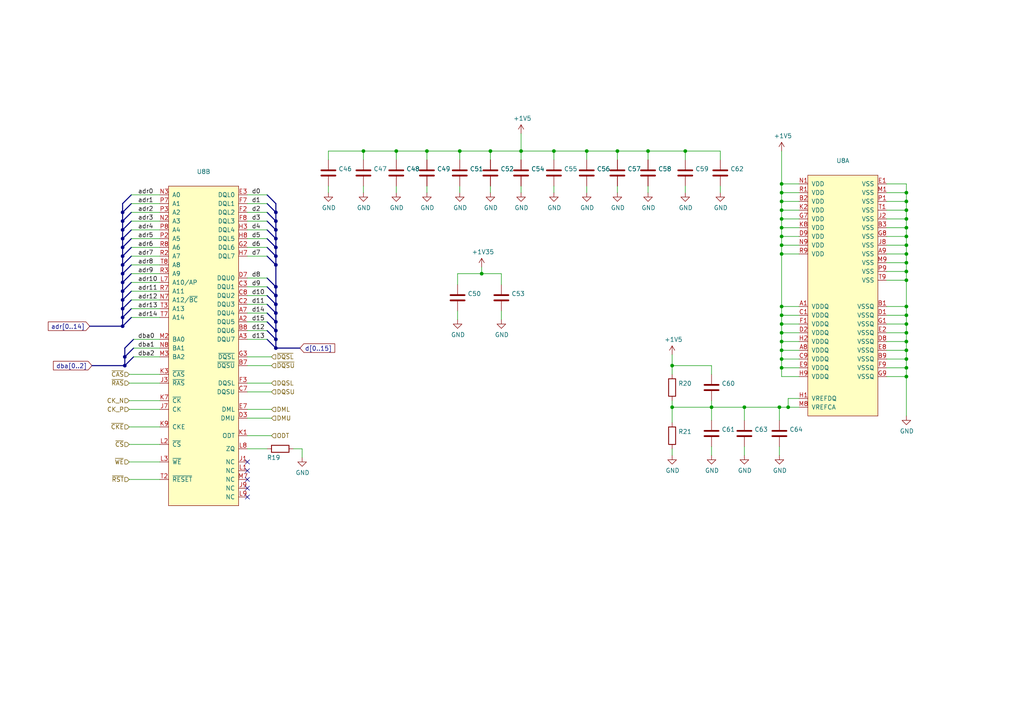
<source format=kicad_sch>
(kicad_sch (version 20211123) (generator eeschema)
  (paper "A4")
  (lib_symbols
    (symbol "H5TQ4G63AFR-PCB:HTQ4G63AFR-PCB" (pin_names (offset 1.016))
      (property "Reference" "U" (at -8.89 -38.1 0))
      (property "Value" "HTQ4G63AFR-PCB" (at 0 34.29 0))
      (symbol "HTQ4G63AFR-PCB_1_1"
        (rectangle (start -10.16 33.02) (end 10.16 -36.83) (fill (type background)))
        (pin power_in line (at -12.7 -5.08 0) (length 2.54) (name "VDDQ") (number "A1"))
        (pin power_in line (at -12.7 -17.78 0) (length 2.54) (name "VDDQ") (number "A8"))
        (pin power_in line (at 12.7 10.16 180) (length 2.54) (name "VSS") (number "A9"))
        (pin power_in line (at 12.7 -5.08 180) (length 2.54) (name "VSSQ") (number "B1"))
        (pin power_in line (at -12.7 25.4 0) (length 2.54) (name "VDD") (number "B2"))
        (pin power_in line (at 12.7 17.78 180) (length 2.54) (name "VSS") (number "B3"))
        (pin power_in line (at 12.7 -20.32 180) (length 2.54) (name "VSSQ") (number "B9"))
        (pin power_in line (at -12.7 -7.62 0) (length 2.54) (name "VDDQ") (number "C1"))
        (pin power_in line (at -12.7 -20.32 0) (length 2.54) (name "VDDQ") (number "C9"))
        (pin power_in line (at 12.7 -7.62 180) (length 2.54) (name "VSSQ") (number "D1"))
        (pin power_in line (at -12.7 -12.7 0) (length 2.54) (name "VDDQ") (number "D2"))
        (pin power_in line (at 12.7 -15.24 180) (length 2.54) (name "VSSQ") (number "D8"))
        (pin power_in line (at -12.7 15.24 0) (length 2.54) (name "VDD") (number "D9"))
        (pin power_in line (at 12.7 30.48 180) (length 2.54) (name "VSS") (number "E1"))
        (pin power_in line (at 12.7 -12.7 180) (length 2.54) (name "VSSQ") (number "E2"))
        (pin power_in line (at 12.7 -17.78 180) (length 2.54) (name "VSSQ") (number "E8"))
        (pin power_in line (at -12.7 -22.86 0) (length 2.54) (name "VDDQ") (number "E9"))
        (pin power_in line (at -12.7 -10.16 0) (length 2.54) (name "VDDQ") (number "F1"))
        (pin power_in line (at 12.7 -22.86 180) (length 2.54) (name "VSSQ") (number "F9"))
        (pin power_in line (at 12.7 -10.16 180) (length 2.54) (name "VSSQ") (number "G1"))
        (pin power_in line (at -12.7 20.32 0) (length 2.54) (name "VDD") (number "G7"))
        (pin power_in line (at 12.7 15.24 180) (length 2.54) (name "VSS") (number "G8"))
        (pin power_in line (at 12.7 -25.4 180) (length 2.54) (name "VSSQ") (number "G9"))
        (pin power_in line (at -12.7 -31.75 0) (length 2.54) (name "VREFDQ") (number "H1"))
        (pin power_in line (at -12.7 -15.24 0) (length 2.54) (name "VDDQ") (number "H2"))
        (pin power_in line (at -12.7 -25.4 0) (length 2.54) (name "VDDQ") (number "H9"))
        (pin power_in line (at 12.7 20.32 180) (length 2.54) (name "VSS") (number "J2"))
        (pin power_in line (at 12.7 12.7 180) (length 2.54) (name "VSS") (number "J8"))
        (pin power_in line (at -12.7 22.86 0) (length 2.54) (name "VDD") (number "K2"))
        (pin power_in line (at -12.7 17.78 0) (length 2.54) (name "VDD") (number "K8"))
        (pin power_in line (at 12.7 27.94 180) (length 2.54) (name "VSS") (number "M1"))
        (pin power_in line (at -12.7 -34.29 0) (length 2.54) (name "VREFCA") (number "M8"))
        (pin power_in line (at 12.7 7.62 180) (length 2.54) (name "VSS") (number "M9"))
        (pin power_in line (at -12.7 30.48 0) (length 2.54) (name "VDD") (number "N1"))
        (pin power_in line (at -12.7 12.7 0) (length 2.54) (name "VDD") (number "N9"))
        (pin power_in line (at 12.7 25.4 180) (length 2.54) (name "VSS") (number "P1"))
        (pin power_in line (at 12.7 5.08 180) (length 2.54) (name "VSS") (number "P9"))
        (pin power_in line (at -12.7 27.94 0) (length 2.54) (name "VDD") (number "R1"))
        (pin power_in line (at -12.7 10.16 0) (length 2.54) (name "VDD") (number "R9"))
        (pin power_in line (at 12.7 22.86 180) (length 2.54) (name "VSS") (number "T1"))
        (pin power_in line (at 12.7 2.54 180) (length 2.54) (name "VSS") (number "T9"))
      )
      (symbol "HTQ4G63AFR-PCB_2_1"
        (rectangle (start -8.89 22.86) (end 11.43 -69.85) (fill (type background)))
        (pin bidirectional line (at 13.97 -16.51 180) (length 2.54) (name "DQU5") (number "A2"))
        (pin bidirectional line (at 13.97 -21.59 180) (length 2.54) (name "DQU7") (number "A3"))
        (pin bidirectional line (at 13.97 -13.97 180) (length 2.54) (name "DQU4") (number "A7"))
        (pin bidirectional line (at 13.97 -29.21 180) (length 2.54) (name "~{DQSU}") (number "B7"))
        (pin bidirectional line (at 13.97 -19.05 180) (length 2.54) (name "DQU6") (number "B8"))
        (pin bidirectional line (at 13.97 -11.43 180) (length 2.54) (name "DQU3") (number "C2"))
        (pin bidirectional line (at 13.97 -6.35 180) (length 2.54) (name "DQU1") (number "C3"))
        (pin bidirectional line (at 13.97 -36.83 180) (length 2.54) (name "DQSU") (number "C7"))
        (pin bidirectional line (at 13.97 -8.89 180) (length 2.54) (name "DQU2") (number "C8"))
        (pin bidirectional line (at 13.97 -44.45 180) (length 2.54) (name "DMU") (number "D3"))
        (pin bidirectional line (at 13.97 -3.81 180) (length 2.54) (name "DQU0") (number "D7"))
        (pin bidirectional line (at 13.97 20.32 180) (length 2.54) (name "DQL0") (number "E3"))
        (pin bidirectional line (at 13.97 -41.91 180) (length 2.54) (name "DML") (number "E7"))
        (pin bidirectional line (at 13.97 15.24 180) (length 2.54) (name "DQL2") (number "F2"))
        (pin bidirectional line (at 13.97 -34.29 180) (length 2.54) (name "DQSL") (number "F3"))
        (pin bidirectional line (at 13.97 17.78 180) (length 2.54) (name "DQL1") (number "F7"))
        (pin bidirectional line (at 13.97 12.7 180) (length 2.54) (name "DQL3") (number "F8"))
        (pin bidirectional line (at 13.97 5.08 180) (length 2.54) (name "DQL6") (number "G2"))
        (pin bidirectional line (at 13.97 -26.67 180) (length 2.54) (name "~{DQSL}") (number "G3"))
        (pin bidirectional line (at 13.97 10.16 180) (length 2.54) (name "DQL4") (number "H3"))
        (pin bidirectional line (at 13.97 2.54 180) (length 2.54) (name "DQL7") (number "H7"))
        (pin bidirectional line (at 13.97 7.62 180) (length 2.54) (name "DQL5") (number "H8"))
        (pin bidirectional line (at 13.97 -57.15 180) (length 2.54) (name "NC") (number "J1"))
        (pin bidirectional line (at -11.43 -34.29 0) (length 2.54) (name "~{RAS}") (number "J3"))
        (pin bidirectional line (at -11.43 -41.91 0) (length 2.54) (name "CK") (number "J7"))
        (pin bidirectional line (at 13.97 -64.77 180) (length 2.54) (name "NC") (number "J9"))
        (pin bidirectional line (at 13.97 -49.53 180) (length 2.54) (name "ODT") (number "K1"))
        (pin bidirectional line (at -11.43 -31.75 0) (length 2.54) (name "~{CAS}") (number "K3"))
        (pin bidirectional line (at -11.43 -39.37 0) (length 2.54) (name "~{CK}") (number "K7"))
        (pin bidirectional line (at -11.43 -46.99 0) (length 2.54) (name "CKE") (number "K9"))
        (pin bidirectional line (at 13.97 -59.69 180) (length 2.54) (name "NC") (number "L1"))
        (pin bidirectional line (at -11.43 -52.07 0) (length 2.54) (name "~{CS}") (number "L2"))
        (pin bidirectional line (at -11.43 -57.15 0) (length 2.54) (name "~{WE}") (number "L3"))
        (pin input line (at -11.43 -5.08 0) (length 2.54) (name "A10/AP") (number "L7"))
        (pin bidirectional line (at 13.97 -53.34 180) (length 2.54) (name "ZQ") (number "L8"))
        (pin bidirectional line (at 13.97 -67.31 180) (length 2.54) (name "NC") (number "L9"))
        (pin bidirectional line (at -11.43 -21.59 0) (length 2.54) (name "BA0") (number "M2"))
        (pin bidirectional line (at -11.43 -26.67 0) (length 2.54) (name "BA2") (number "M3"))
        (pin bidirectional line (at 13.97 -62.23 180) (length 2.54) (name "NC") (number "M7"))
        (pin input line (at -11.43 12.7 0) (length 2.54) (name "A3") (number "N2"))
        (pin input line (at -11.43 20.32 0) (length 2.54) (name "A0") (number "N3"))
        (pin input line (at -11.43 -10.16 0) (length 2.54) (name "A12/~{BC}") (number "N7"))
        (pin bidirectional line (at -11.43 -24.13 0) (length 2.54) (name "BA1") (number "N8"))
        (pin input line (at -11.43 7.62 0) (length 2.54) (name "A5") (number "P2"))
        (pin input line (at -11.43 15.24 0) (length 2.54) (name "A2") (number "P3"))
        (pin input line (at -11.43 17.78 0) (length 2.54) (name "A1") (number "P7"))
        (pin input line (at -11.43 10.16 0) (length 2.54) (name "A4") (number "P8"))
        (pin input line (at -11.43 2.54 0) (length 2.54) (name "A7") (number "R2"))
        (pin input line (at -11.43 -2.54 0) (length 2.54) (name "A9") (number "R3"))
        (pin input line (at -11.43 -7.62 0) (length 2.54) (name "A11") (number "R7"))
        (pin input line (at -11.43 5.08 0) (length 2.54) (name "A6") (number "R8"))
        (pin bidirectional line (at -11.43 -62.23 0) (length 2.54) (name "~{RESET}") (number "T2"))
        (pin input line (at -11.43 -12.7 0) (length 2.54) (name "A13") (number "T3"))
        (pin input line (at -11.43 -15.24 0) (length 2.54) (name "A14") (number "T7"))
        (pin input line (at -11.43 0 0) (length 2.54) (name "A8") (number "T8"))
      )
    )
    (symbol "Linux-capable-PCB-KiCAD-rescue:C-Device" (pin_numbers hide) (pin_names (offset 0.254))
      (property "Reference" "C" (at 0.635 2.54 0))
      (property "Value" "C-Device" (at 0.635 -2.54 0))
      (symbol "C-Device_0_1"
        (polyline (pts (xy -2.032 -0.762) (xy 2.032 -0.762)) (stroke (width 0.508)))
        (polyline (pts (xy -2.032 0.762) (xy 2.032 0.762)) (stroke (width 0.508)))
      )
      (symbol "C-Device_1_1"
        (pin passive line (at 0 3.81 270) (length 2.794) (name "~") (number "1"))
        (pin passive line (at 0 -3.81 90) (length 2.794) (name "~") (number "2"))
      )
    )
    (symbol "Linux-capable-PCB-KiCAD-rescue:R-Device" (pin_numbers hide) (pin_names (offset 0))
      (property "Reference" "R" (at 2.032 0 90))
      (property "Value" "R-Device" (at 0 0 90))
      (symbol "R-Device_0_1"
        (rectangle (start -1.016 -2.54) (end 1.016 2.54) (stroke (width 0.254)))
      )
      (symbol "R-Device_1_1"
        (pin passive line (at 0 3.81 270) (length 1.27) (name "~") (number "1"))
        (pin passive line (at 0 -3.81 90) (length 1.27) (name "~") (number "2"))
      )
    )
    (symbol "power:+1V35" (power) (pin_names (offset 0))
      (property "Value" "+1V35" (at 0 3.556 0))
      (symbol "+1V35_0_1"
        (polyline (pts (xy -0.762 1.27) (xy 0 2.54)))
        (polyline (pts (xy 0 0) (xy 0 2.54)))
        (polyline (pts (xy 0 2.54) (xy 0.762 1.27)))
      )
      (symbol "+1V35_1_1"
        (pin power_in line (at 0 0 90) (length 0) hide (name "+1V35") (number "1"))
      )
    )
    (symbol "power:+1V5" (power) (pin_names (offset 0))
      (property "Value" "+1V5" (at 0 3.556 0))
      (symbol "+1V5_0_1"
        (polyline (pts (xy -0.762 1.27) (xy 0 2.54)))
        (polyline (pts (xy 0 0) (xy 0 2.54)))
        (polyline (pts (xy 0 2.54) (xy 0.762 1.27)))
      )
      (symbol "+1V5_1_1"
        (pin power_in line (at 0 0 90) (length 0) hide (name "+1V5") (number "1"))
      )
    )
    (symbol "power:GND" (power) (pin_names (offset 0))
      (property "Value" "GND" (at 0 -3.81 0))
      (symbol "GND_0_1"
        (polyline (pts (xy 0 0) (xy 0 -1.27) (xy 1.27 -1.27) (xy 0 -2.54) (xy -1.27 -1.27) (xy 0 -1.27)))
      )
      (symbol "GND_1_1"
        (pin power_in line (at 0 0 270) (length 0) hide (name "GND") (number "1"))
      )
    )
  )
  (junction (at 194.945 106.045))
  (junction (at 262.89 68.58))
  (junction (at 139.7 79.375))
  (junction (at 35.56 76.835))
  (junction (at 35.56 66.675))
  (junction (at 35.56 81.915))
  (junction (at 215.9 118.11))
  (junction (at 226.695 55.88))
  (junction (at 80.01 93.345))
  (junction (at 160.655 43.815))
  (junction (at 262.89 88.9))
  (junction (at 142.24 43.815))
  (junction (at 262.89 106.68))
  (junction (at 80.01 66.675))
  (junction (at 187.96 43.815))
  (junction (at 262.89 76.2))
  (junction (at 80.01 64.135))
  (junction (at 35.56 69.215))
  (junction (at 226.695 93.98))
  (junction (at 262.89 91.44))
  (junction (at 105.41 43.815))
  (junction (at 262.89 63.5))
  (junction (at 262.89 99.06))
  (junction (at 226.695 58.42))
  (junction (at 262.89 78.74))
  (junction (at 35.56 61.595))
  (junction (at 262.89 55.88))
  (junction (at 36.195 103.505))
  (junction (at 35.56 89.535))
  (junction (at 226.695 96.52))
  (junction (at 151.13 43.815))
  (junction (at 226.695 106.68))
  (junction (at 226.695 99.06))
  (junction (at 206.375 118.11))
  (junction (at 35.56 71.755))
  (junction (at 262.89 96.52))
  (junction (at 262.89 60.96))
  (junction (at 262.89 71.12))
  (junction (at 226.695 63.5))
  (junction (at 80.01 74.295))
  (junction (at 35.56 92.075))
  (junction (at 262.89 81.28))
  (junction (at 262.89 109.22))
  (junction (at 194.945 118.11))
  (junction (at 226.695 101.6))
  (junction (at 226.695 60.96))
  (junction (at 226.695 73.66))
  (junction (at 80.01 98.425))
  (junction (at 36.195 106.045))
  (junction (at 262.89 93.98))
  (junction (at 80.01 100.965))
  (junction (at 80.01 88.265))
  (junction (at 226.695 88.9))
  (junction (at 179.07 43.815))
  (junction (at 198.755 43.815))
  (junction (at 35.56 74.295))
  (junction (at 228.6 118.11))
  (junction (at 262.89 66.04))
  (junction (at 123.825 43.815))
  (junction (at 80.01 61.595))
  (junction (at 262.89 73.66))
  (junction (at 226.06 118.11))
  (junction (at 35.56 79.375))
  (junction (at 226.695 66.04))
  (junction (at 35.56 94.615))
  (junction (at 170.18 43.815))
  (junction (at 80.01 71.755))
  (junction (at 133.35 43.815))
  (junction (at 35.56 86.995))
  (junction (at 226.695 68.58))
  (junction (at 262.89 104.14))
  (junction (at 80.01 90.805))
  (junction (at 262.89 58.42))
  (junction (at 80.01 83.185))
  (junction (at 226.695 104.14))
  (junction (at 226.695 71.12))
  (junction (at 80.01 85.725))
  (junction (at 80.01 95.885))
  (junction (at 35.56 84.455))
  (junction (at 35.56 64.135))
  (junction (at 80.01 69.215))
  (junction (at 226.695 91.44))
  (junction (at 262.89 101.6))
  (junction (at 114.935 43.815))
  (junction (at 226.695 53.34))
  (junction (at 80.01 76.835))
  (no_connect (at 71.755 133.985))
  (no_connect (at 71.755 144.145))
  (no_connect (at 71.755 136.525))
  (no_connect (at 71.755 139.065))
  (no_connect (at 71.755 141.605))
  (bus (pts (xy 80.01 76.835) (xy 77.47 74.295)))
  (wire (pts (xy 139.7 79.375) (xy 145.415 79.375)))
  (wire (pts (xy 95.25 43.815) (xy 105.41 43.815)))
  (wire (pts (xy 87.63 130.175) (xy 87.63 132.715)))
  (wire (pts (xy 257.175 71.12) (xy 262.89 71.12)))
  (wire (pts (xy 46.355 79.375) (xy 38.1 79.375)))
  (wire (pts (xy 231.775 101.6) (xy 226.695 101.6)))
  (wire (pts (xy 226.695 58.42) (xy 231.775 58.42)))
  (wire (pts (xy 46.355 71.755) (xy 38.1 71.755)))
  (wire (pts (xy 257.175 101.6) (xy 262.89 101.6)))
  (wire (pts (xy 206.375 116.205) (xy 206.375 118.11)))
  (wire (pts (xy 226.06 121.92) (xy 226.06 118.11)))
  (wire (pts (xy 226.695 53.34) (xy 226.695 55.88)))
  (wire (pts (xy 226.695 101.6) (xy 226.695 104.14)))
  (bus (pts (xy 36.195 103.505) (xy 36.195 106.045)))
  (wire (pts (xy 37.465 111.125) (xy 46.355 111.125)))
  (bus (pts (xy 35.56 79.375) (xy 35.56 81.915)))
  (wire (pts (xy 226.695 58.42) (xy 226.695 60.96)))
  (wire (pts (xy 38.1 56.515) (xy 46.355 56.515)))
  (wire (pts (xy 262.89 66.04) (xy 262.89 68.58)))
  (bus (pts (xy 80.01 71.755) (xy 80.01 74.295)))
  (wire (pts (xy 78.74 111.125) (xy 71.755 111.125)))
  (wire (pts (xy 46.355 66.675) (xy 38.1 66.675)))
  (wire (pts (xy 71.755 74.295) (xy 77.47 74.295)))
  (wire (pts (xy 37.465 123.825) (xy 46.355 123.825)))
  (wire (pts (xy 231.775 66.04) (xy 226.695 66.04)))
  (wire (pts (xy 132.715 92.71) (xy 132.715 90.17)))
  (wire (pts (xy 206.375 108.585) (xy 206.375 106.045)))
  (wire (pts (xy 262.89 58.42) (xy 262.89 60.96)))
  (wire (pts (xy 226.695 88.9) (xy 226.695 91.44)))
  (bus (pts (xy 80.01 95.885) (xy 80.01 98.425)))
  (bus (pts (xy 35.56 64.135) (xy 38.1 61.595)))
  (bus (pts (xy 35.56 81.915) (xy 38.1 79.375)))
  (wire (pts (xy 132.715 82.55) (xy 132.715 79.375)))
  (wire (pts (xy 170.18 43.815) (xy 179.07 43.815)))
  (bus (pts (xy 80.01 100.965) (xy 86.995 100.965)))
  (wire (pts (xy 215.9 129.54) (xy 215.9 132.08)))
  (wire (pts (xy 257.175 81.28) (xy 262.89 81.28)))
  (wire (pts (xy 38.735 98.425) (xy 46.355 98.425)))
  (bus (pts (xy 80.01 88.265) (xy 77.47 85.725)))
  (wire (pts (xy 231.775 99.06) (xy 226.695 99.06)))
  (bus (pts (xy 80.01 95.885) (xy 77.47 93.345)))
  (wire (pts (xy 105.41 53.975) (xy 105.41 55.88)))
  (wire (pts (xy 198.755 46.355) (xy 198.755 43.815)))
  (wire (pts (xy 262.89 68.58) (xy 262.89 71.12)))
  (wire (pts (xy 170.18 55.88) (xy 170.18 53.975)))
  (wire (pts (xy 231.775 53.34) (xy 226.695 53.34)))
  (wire (pts (xy 71.755 61.595) (xy 77.47 61.595)))
  (wire (pts (xy 262.89 99.06) (xy 262.89 101.6)))
  (wire (pts (xy 226.695 96.52) (xy 231.775 96.52)))
  (wire (pts (xy 226.695 68.58) (xy 231.775 68.58)))
  (wire (pts (xy 257.175 55.88) (xy 262.89 55.88)))
  (wire (pts (xy 187.96 55.88) (xy 187.96 53.975)))
  (wire (pts (xy 198.755 43.815) (xy 208.915 43.815)))
  (bus (pts (xy 36.195 100.965) (xy 36.195 103.505)))
  (wire (pts (xy 38.1 61.595) (xy 46.355 61.595)))
  (wire (pts (xy 71.755 130.175) (xy 77.47 130.175)))
  (bus (pts (xy 35.56 74.295) (xy 38.1 71.755)))
  (wire (pts (xy 160.655 43.815) (xy 170.18 43.815)))
  (wire (pts (xy 262.89 76.2) (xy 262.89 78.74)))
  (wire (pts (xy 257.175 99.06) (xy 262.89 99.06)))
  (wire (pts (xy 262.89 101.6) (xy 262.89 104.14)))
  (wire (pts (xy 226.06 132.08) (xy 226.06 129.54)))
  (wire (pts (xy 257.175 109.22) (xy 262.89 109.22)))
  (wire (pts (xy 228.6 118.11) (xy 231.775 118.11)))
  (wire (pts (xy 77.47 95.885) (xy 71.755 95.885)))
  (wire (pts (xy 262.89 104.14) (xy 262.89 106.68)))
  (wire (pts (xy 133.35 43.815) (xy 142.24 43.815)))
  (wire (pts (xy 114.935 43.815) (xy 123.825 43.815)))
  (wire (pts (xy 226.695 99.06) (xy 226.695 101.6)))
  (wire (pts (xy 37.465 108.585) (xy 46.355 108.585)))
  (wire (pts (xy 179.07 46.355) (xy 179.07 43.815)))
  (wire (pts (xy 194.945 132.08) (xy 194.945 130.175)))
  (wire (pts (xy 46.355 92.075) (xy 38.1 92.075)))
  (bus (pts (xy 36.195 100.965) (xy 38.735 98.425)))
  (wire (pts (xy 78.74 118.745) (xy 71.755 118.745)))
  (bus (pts (xy 35.56 86.995) (xy 35.56 89.535)))
  (wire (pts (xy 114.935 55.88) (xy 114.935 53.975)))
  (wire (pts (xy 262.89 63.5) (xy 262.89 66.04)))
  (wire (pts (xy 187.96 43.815) (xy 198.755 43.815)))
  (bus (pts (xy 80.01 71.755) (xy 77.47 69.215)))
  (wire (pts (xy 257.175 53.34) (xy 262.89 53.34)))
  (bus (pts (xy 35.56 59.055) (xy 35.56 61.595)))
  (wire (pts (xy 262.89 60.96) (xy 262.89 63.5)))
  (wire (pts (xy 77.47 90.805) (xy 71.755 90.805)))
  (bus (pts (xy 80.01 98.425) (xy 77.47 95.885)))
  (wire (pts (xy 77.47 64.135) (xy 71.755 64.135)))
  (wire (pts (xy 78.74 113.665) (xy 71.755 113.665)))
  (bus (pts (xy 80.01 59.055) (xy 80.01 61.595)))
  (bus (pts (xy 80.01 61.595) (xy 80.01 64.135)))
  (wire (pts (xy 262.89 109.22) (xy 262.89 120.65)))
  (wire (pts (xy 179.07 43.815) (xy 187.96 43.815)))
  (wire (pts (xy 231.775 115.57) (xy 228.6 115.57)))
  (bus (pts (xy 35.56 61.595) (xy 35.56 64.135)))
  (bus (pts (xy 35.56 89.535) (xy 35.56 92.075)))
  (wire (pts (xy 78.74 106.045) (xy 71.755 106.045)))
  (wire (pts (xy 46.355 86.995) (xy 38.1 86.995)))
  (wire (pts (xy 71.755 66.675) (xy 77.47 66.675)))
  (wire (pts (xy 187.96 46.355) (xy 187.96 43.815)))
  (bus (pts (xy 80.01 74.295) (xy 77.47 71.755)))
  (bus (pts (xy 80.01 59.055) (xy 77.47 56.515)))
  (wire (pts (xy 77.47 80.645) (xy 71.755 80.645)))
  (wire (pts (xy 226.695 63.5) (xy 231.775 63.5)))
  (bus (pts (xy 35.56 86.995) (xy 38.1 84.455)))
  (wire (pts (xy 198.755 53.975) (xy 198.755 55.88)))
  (wire (pts (xy 226.695 73.66) (xy 231.775 73.66)))
  (bus (pts (xy 80.01 69.215) (xy 77.47 66.675)))
  (wire (pts (xy 262.89 78.74) (xy 262.89 81.28)))
  (wire (pts (xy 226.695 63.5) (xy 226.695 66.04)))
  (wire (pts (xy 71.755 83.185) (xy 77.47 83.185)))
  (wire (pts (xy 226.695 91.44) (xy 231.775 91.44)))
  (bus (pts (xy 80.01 83.185) (xy 80.01 85.725)))
  (wire (pts (xy 77.47 85.725) (xy 71.755 85.725)))
  (wire (pts (xy 37.465 128.905) (xy 46.355 128.905)))
  (wire (pts (xy 257.175 106.68) (xy 262.89 106.68)))
  (wire (pts (xy 226.695 96.52) (xy 226.695 99.06)))
  (wire (pts (xy 38.1 76.835) (xy 46.355 76.835)))
  (wire (pts (xy 71.755 56.515) (xy 77.47 56.515)))
  (wire (pts (xy 37.465 116.205) (xy 46.355 116.205)))
  (bus (pts (xy 80.01 85.725) (xy 80.01 88.265)))
  (wire (pts (xy 38.1 89.535) (xy 46.355 89.535)))
  (wire (pts (xy 38.1 84.455) (xy 46.355 84.455)))
  (bus (pts (xy 35.56 92.075) (xy 38.1 89.535)))
  (bus (pts (xy 35.56 84.455) (xy 35.56 86.995)))
  (wire (pts (xy 262.89 96.52) (xy 262.89 99.06)))
  (wire (pts (xy 226.695 55.88) (xy 226.695 58.42)))
  (wire (pts (xy 231.775 60.96) (xy 226.695 60.96)))
  (wire (pts (xy 215.9 121.92) (xy 215.9 118.11)))
  (bus (pts (xy 80.01 90.805) (xy 77.47 88.265)))
  (wire (pts (xy 114.935 46.355) (xy 114.935 43.815)))
  (wire (pts (xy 194.945 106.045) (xy 194.945 108.585)))
  (wire (pts (xy 38.735 103.505) (xy 46.355 103.505)))
  (wire (pts (xy 77.47 69.215) (xy 71.755 69.215)))
  (wire (pts (xy 145.415 79.375) (xy 145.415 82.55)))
  (wire (pts (xy 262.89 93.98) (xy 262.89 96.52)))
  (bus (pts (xy 35.56 69.215) (xy 38.1 66.675)))
  (wire (pts (xy 194.945 118.11) (xy 206.375 118.11)))
  (wire (pts (xy 38.735 100.965) (xy 46.355 100.965)))
  (bus (pts (xy 35.56 71.755) (xy 35.56 74.295)))
  (wire (pts (xy 226.695 73.66) (xy 226.695 88.9)))
  (wire (pts (xy 95.25 55.88) (xy 95.25 53.975)))
  (bus (pts (xy 80.01 100.965) (xy 77.47 98.425)))
  (wire (pts (xy 262.89 71.12) (xy 262.89 73.66)))
  (wire (pts (xy 71.755 93.345) (xy 77.47 93.345)))
  (bus (pts (xy 80.01 93.345) (xy 77.47 90.805)))
  (wire (pts (xy 206.375 132.08) (xy 206.375 129.54)))
  (wire (pts (xy 206.375 118.11) (xy 206.375 121.92)))
  (bus (pts (xy 80.01 88.265) (xy 80.01 90.805)))
  (bus (pts (xy 35.56 59.055) (xy 38.1 56.515)))
  (wire (pts (xy 231.775 93.98) (xy 226.695 93.98)))
  (bus (pts (xy 35.56 76.835) (xy 38.1 74.295)))
  (wire (pts (xy 226.695 106.68) (xy 226.695 109.22)))
  (wire (pts (xy 257.175 73.66) (xy 262.89 73.66)))
  (bus (pts (xy 35.56 79.375) (xy 38.1 76.835)))
  (wire (pts (xy 257.175 63.5) (xy 262.89 63.5)))
  (bus (pts (xy 80.01 83.185) (xy 77.47 80.645)))
  (wire (pts (xy 257.175 76.2) (xy 262.89 76.2)))
  (wire (pts (xy 46.355 59.055) (xy 38.1 59.055)))
  (wire (pts (xy 151.13 46.355) (xy 151.13 43.815)))
  (wire (pts (xy 194.945 102.87) (xy 194.945 106.045)))
  (wire (pts (xy 257.175 60.96) (xy 262.89 60.96)))
  (bus (pts (xy 80.01 98.425) (xy 80.01 100.965)))
  (wire (pts (xy 257.175 58.42) (xy 262.89 58.42)))
  (wire (pts (xy 139.7 77.47) (xy 139.7 79.375)))
  (wire (pts (xy 257.175 91.44) (xy 262.89 91.44)))
  (wire (pts (xy 262.89 81.28) (xy 262.89 88.9)))
  (wire (pts (xy 145.415 92.71) (xy 145.415 90.17)))
  (bus (pts (xy 80.01 85.725) (xy 77.47 83.185)))
  (wire (pts (xy 133.35 46.355) (xy 133.35 43.815)))
  (bus (pts (xy 36.195 106.045) (xy 38.735 103.505)))
  (wire (pts (xy 231.775 55.88) (xy 226.695 55.88)))
  (bus (pts (xy 80.01 93.345) (xy 80.01 95.885)))
  (bus (pts (xy 36.195 103.505) (xy 38.735 100.965)))
  (wire (pts (xy 257.175 104.14) (xy 262.89 104.14)))
  (bus (pts (xy 35.56 92.075) (xy 35.56 94.615)))
  (wire (pts (xy 170.18 46.355) (xy 170.18 43.815)))
  (wire (pts (xy 226.695 68.58) (xy 226.695 71.12)))
  (wire (pts (xy 194.945 122.555) (xy 194.945 118.11)))
  (wire (pts (xy 215.9 118.11) (xy 226.06 118.11)))
  (wire (pts (xy 105.41 46.355) (xy 105.41 43.815)))
  (bus (pts (xy 35.56 66.675) (xy 38.1 64.135)))
  (wire (pts (xy 262.89 106.68) (xy 262.89 109.22)))
  (wire (pts (xy 257.175 88.9) (xy 262.89 88.9)))
  (wire (pts (xy 226.695 60.96) (xy 226.695 63.5)))
  (wire (pts (xy 226.695 104.14) (xy 226.695 106.68)))
  (wire (pts (xy 262.89 55.88) (xy 262.89 58.42)))
  (wire (pts (xy 226.695 109.22) (xy 231.775 109.22)))
  (wire (pts (xy 226.695 43.815) (xy 226.695 53.34)))
  (wire (pts (xy 226.695 71.12) (xy 231.775 71.12)))
  (wire (pts (xy 206.375 106.045) (xy 194.945 106.045)))
  (bus (pts (xy 80.01 74.295) (xy 80.01 76.835)))
  (bus (pts (xy 35.56 94.615) (xy 26.035 94.615)))
  (wire (pts (xy 38.1 64.135) (xy 46.355 64.135)))
  (wire (pts (xy 257.175 93.98) (xy 262.89 93.98)))
  (bus (pts (xy 36.195 106.045) (xy 26.67 106.045)))
  (wire (pts (xy 123.825 53.975) (xy 123.825 55.88)))
  (bus (pts (xy 80.01 66.675) (xy 80.01 69.215)))
  (wire (pts (xy 194.945 118.11) (xy 194.945 116.205)))
  (wire (pts (xy 142.24 43.815) (xy 151.13 43.815)))
  (bus (pts (xy 35.56 66.675) (xy 35.56 69.215)))
  (wire (pts (xy 160.655 53.975) (xy 160.655 55.88)))
  (bus (pts (xy 35.56 71.755) (xy 38.1 69.215)))
  (wire (pts (xy 38.1 69.215) (xy 46.355 69.215)))
  (wire (pts (xy 37.465 118.745) (xy 46.355 118.745)))
  (wire (pts (xy 228.6 115.57) (xy 228.6 118.11)))
  (wire (pts (xy 71.755 126.365) (xy 78.74 126.365)))
  (wire (pts (xy 226.695 66.04) (xy 226.695 68.58)))
  (wire (pts (xy 262.89 73.66) (xy 262.89 76.2)))
  (wire (pts (xy 77.47 88.265) (xy 71.755 88.265)))
  (wire (pts (xy 151.13 43.815) (xy 160.655 43.815)))
  (wire (pts (xy 142.24 53.975) (xy 142.24 55.88)))
  (wire (pts (xy 226.695 71.12) (xy 226.695 73.66)))
  (wire (pts (xy 206.375 118.11) (xy 215.9 118.11)))
  (wire (pts (xy 71.755 98.425) (xy 77.47 98.425)))
  (bus (pts (xy 35.56 74.295) (xy 35.56 76.835)))
  (wire (pts (xy 208.915 43.815) (xy 208.915 46.355)))
  (wire (pts (xy 257.175 68.58) (xy 262.89 68.58)))
  (wire (pts (xy 208.915 55.88) (xy 208.915 53.975)))
  (bus (pts (xy 80.01 90.805) (xy 80.01 93.345)))
  (bus (pts (xy 35.56 69.215) (xy 35.56 71.755)))
  (wire (pts (xy 85.09 130.175) (xy 87.63 130.175)))
  (wire (pts (xy 46.355 74.295) (xy 38.1 74.295)))
  (bus (pts (xy 80.01 69.215) (xy 80.01 71.755)))
  (wire (pts (xy 231.775 88.9) (xy 226.695 88.9)))
  (bus (pts (xy 80.01 66.675) (xy 77.47 64.135)))
  (wire (pts (xy 257.175 78.74) (xy 262.89 78.74)))
  (wire (pts (xy 257.175 96.52) (xy 262.89 96.52)))
  (bus (pts (xy 35.56 76.835) (xy 35.56 79.375)))
  (wire (pts (xy 37.465 139.065) (xy 46.355 139.065)))
  (wire (pts (xy 262.89 53.34) (xy 262.89 55.88)))
  (wire (pts (xy 226.695 93.98) (xy 226.695 96.52)))
  (wire (pts (xy 179.07 53.975) (xy 179.07 55.88)))
  (bus (pts (xy 80.01 64.135) (xy 80.01 66.675)))
  (wire (pts (xy 262.89 91.44) (xy 262.89 93.98)))
  (wire (pts (xy 132.715 79.375) (xy 139.7 79.375)))
  (wire (pts (xy 95.25 46.355) (xy 95.25 43.815)))
  (bus (pts (xy 35.56 64.135) (xy 35.56 66.675)))
  (wire (pts (xy 78.74 103.505) (xy 71.755 103.505)))
  (wire (pts (xy 226.06 118.11) (xy 228.6 118.11)))
  (wire (pts (xy 151.13 55.88) (xy 151.13 53.975)))
  (wire (pts (xy 133.35 55.88) (xy 133.35 53.975)))
  (bus (pts (xy 80.01 64.135) (xy 77.47 61.595)))
  (bus (pts (xy 80.01 61.595) (xy 77.47 59.055)))
  (bus (pts (xy 35.56 84.455) (xy 38.1 81.915)))
  (bus (pts (xy 35.56 61.595) (xy 38.1 59.055)))
  (wire (pts (xy 71.755 71.755) (xy 77.47 71.755)))
  (wire (pts (xy 151.13 38.735) (xy 151.13 43.815)))
  (wire (pts (xy 37.465 133.985) (xy 46.355 133.985)))
  (wire (pts (xy 123.825 43.815) (xy 133.35 43.815)))
  (wire (pts (xy 38.1 81.915) (xy 46.355 81.915)))
  (wire (pts (xy 77.47 59.055) (xy 71.755 59.055)))
  (wire (pts (xy 105.41 43.815) (xy 114.935 43.815)))
  (wire (pts (xy 226.695 91.44) (xy 226.695 93.98)))
  (wire (pts (xy 257.175 66.04) (xy 262.89 66.04)))
  (wire (pts (xy 226.695 104.14) (xy 231.775 104.14)))
  (bus (pts (xy 80.01 76.835) (xy 80.01 83.185)))
  (wire (pts (xy 231.775 106.68) (xy 226.695 106.68)))
  (wire (pts (xy 123.825 46.355) (xy 123.825 43.815)))
  (bus (pts (xy 35.56 94.615) (xy 38.1 92.075)))
  (bus (pts (xy 35.56 89.535) (xy 38.1 86.995)))
  (wire (pts (xy 262.89 88.9) (xy 262.89 91.44)))
  (wire (pts (xy 142.24 46.355) (xy 142.24 43.815)))
  (wire (pts (xy 160.655 46.355) (xy 160.655 43.815)))
  (wire (pts (xy 78.74 121.285) (xy 71.755 121.285)))
  (bus (pts (xy 35.56 81.915) (xy 35.56 84.455)))
  (label "adr0" (at 40.64 56.515 0) (effects (font (size 0 0))))
  (label "adr10" (at 40.005 81.915 0))
  (label "d7" (at 73.025 74.295 0))
  (label "d9" (at 73.025 83.185 0))
  (label "d14" (at 73.025 90.805 0))
  (label "d8" (at 73.025 80.645 0))
  (label "adr13" (at 40.005 89.535 0))
  (label "d6" (at 73.025 71.755 0))
  (label "dba0" (at 40.005 98.425 0))
  (label "d1" (at 73.025 59.055 0))
  (label "d0" (at 73.025 56.515 0))
  (label "dba2" (at 40.005 103.505 0))
  (label "d2" (at 73.025 61.595 0))
  (label "adr12" (at 40.005 86.995 0))
  (label "adr11" (at 40.005 84.455 0))
  (label "adr5" (at 40.005 69.215 0))
  (label "adr7" (at 40.005 74.295 0))
  (label "d12" (at 73.025 95.885 0))
  (label "d13" (at 73.025 98.425 0))
  (label "adr9" (at 40.005 79.375 0))
  (label "adr4" (at 40.005 66.675 0))
  (label "adr1" (at 40.005 59.055 0))
  (label "adr8" (at 40.005 76.835 0))
  (label "d5" (at 73.025 69.215 0))
  (label "adr6" (at 40.005 71.755 0))
  (label "adr14" (at 40.005 92.075 0))
  (label "d4" (at 73.025 66.675 0))
  (label "adr2" (at 40.005 61.595 0))
  (label "adr0" (at 40.005 56.515 0))
  (label "d3" (at 73.025 64.135 0))
  (label "d10" (at 73.025 85.725 0))
  (label "d11" (at 73.025 88.265 0))
  (label "adr3" (at 40.005 64.135 0))
  (label "dba1" (at 40.005 100.965 0))
  (label "d15" (at 73.025 93.345 0))
  (global_label "d[0..15]" (shape input) (at 86.995 100.965 0) (property "Intersheet References" "${INTERSHEET_REFS}" (effects hide)))
  (global_label "dba[0..2]" (shape input) (at 26.67 106.045 180) (property "Intersheet References" "${INTERSHEET_REFS}" (effects hide)))
  (global_label "adr[0..14]" (shape input) (at 26.035 94.615 180) (property "Intersheet References" "${INTERSHEET_REFS}" (effects hide)))
  (hierarchical_label "CK_P" (shape input) (at 37.465 118.745 180))
  (hierarchical_label "ODT" (shape input) (at 78.74 126.365 0))
  (hierarchical_label "~{CKE}" (shape input) (at 37.465 123.825 180))
  (hierarchical_label "DML" (shape input) (at 78.74 118.745 0))
  (hierarchical_label "~{RST}" (shape input) (at 37.465 139.065 180))
  (hierarchical_label "~{CAS}" (shape input) (at 37.465 108.585 180))
  (hierarchical_label "~{DQSL}" (shape input) (at 78.74 103.505 0))
  (hierarchical_label "~{RAS}" (shape input) (at 37.465 111.125 180))
  (hierarchical_label "DMU" (shape input) (at 78.74 121.285 0))
  (hierarchical_label "~{CS}" (shape input) (at 37.465 128.905 180))
  (hierarchical_label "DQSU" (shape input) (at 78.74 113.665 0))
  (hierarchical_label "DQSL" (shape input) (at 78.74 111.125 0))
  (hierarchical_label "~{DQSU}" (shape input) (at 78.74 106.045 0))
  (hierarchical_label "CK_N" (shape input) (at 37.465 116.205 180))
  (hierarchical_label "~{WE}" (shape input) (at 37.465 133.985 180))
  (symbol (lib_id "power:GND") (at 262.89 120.65 0) (unit 1)
    (property "Reference" "#PWR0189" (effects hide))
  )
  (symbol (lib_id "Linux-capable-PCB-KiCAD-rescue:C-Device") (at 226.06 125.73 0) (unit 1)
    (property "Reference" "C64" (at 228.981 124.5616 0) (effects (justify left)))
  )
  (symbol (lib_id "Linux-capable-PCB-KiCAD-rescue:C-Device") (at 215.9 125.73 0) (unit 1)
    (property "Reference" "C63" (at 218.821 124.5616 0) (effects (justify left)))
  )
  (symbol (lib_id "Linux-capable-PCB-KiCAD-rescue:C-Device") (at 206.375 125.73 0) (unit 1)
    (property "Reference" "C61" (at 209.296 124.5616 0) (effects (justify left)))
  )
  (symbol (lib_id "Linux-capable-PCB-KiCAD-rescue:C-Device") (at 206.375 112.395 0) (unit 1)
    (property "Reference" "C60" (at 209.296 111.2266 0) (effects (justify left)))
  )
  (symbol (lib_id "Linux-capable-PCB-KiCAD-rescue:R-Device") (at 194.945 112.395 0) (unit 1)
    (property "Reference" "R20" (at 196.723 111.2266 0) (effects (justify left)))
  )
  (symbol (lib_id "Linux-capable-PCB-KiCAD-rescue:R-Device") (at 194.945 126.365 0) (unit 1)
    (property "Reference" "R21" (at 196.723 125.1966 0) (effects (justify left)))
  )
  (symbol (lib_id "power:GND") (at 194.945 132.08 0) (unit 1)
    (property "Reference" "#PWR0192" (effects hide))
  )
  (symbol (lib_id "power:GND") (at 206.375 132.08 0) (unit 1)
    (property "Reference" "#PWR0193" (effects hide))
  )
  (symbol (lib_id "power:GND") (at 215.9 132.08 0) (unit 1)
    (property "Reference" "#PWR0194" (effects hide))
  )
  (symbol (lib_id "power:GND") (at 226.06 132.08 0) (unit 1)
    (property "Reference" "#PWR0195" (effects hide))
  )
  (symbol (lib_id "Linux-capable-PCB-KiCAD-rescue:C-Device") (at 123.825 50.165 0) (unit 1)
    (property "Reference" "C49" (at 126.746 48.9966 0) (effects (justify left)))
  )
  (symbol (lib_id "Linux-capable-PCB-KiCAD-rescue:C-Device") (at 133.35 50.165 0) (unit 1)
    (property "Reference" "C51" (at 136.271 48.9966 0) (effects (justify left)))
  )
  (symbol (lib_id "Linux-capable-PCB-KiCAD-rescue:C-Device") (at 142.24 50.165 0) (unit 1)
    (property "Reference" "C52" (at 145.161 48.9966 0) (effects (justify left)))
  )
  (symbol (lib_id "Linux-capable-PCB-KiCAD-rescue:C-Device") (at 151.13 50.165 0) (unit 1)
    (property "Reference" "C54" (at 154.051 48.9966 0) (effects (justify left)))
  )
  (symbol (lib_id "Linux-capable-PCB-KiCAD-rescue:C-Device") (at 160.655 50.165 0) (unit 1)
    (property "Reference" "C55" (at 163.576 48.9966 0) (effects (justify left)))
  )
  (symbol (lib_id "Linux-capable-PCB-KiCAD-rescue:C-Device") (at 170.18 50.165 0) (unit 1)
    (property "Reference" "C56" (at 173.101 48.9966 0) (effects (justify left)))
  )
  (symbol (lib_id "Linux-capable-PCB-KiCAD-rescue:C-Device") (at 179.07 50.165 0) (unit 1)
    (property "Reference" "C57" (at 181.991 48.9966 0) (effects (justify left)))
  )
  (symbol (lib_id "Linux-capable-PCB-KiCAD-rescue:C-Device") (at 114.935 50.165 0) (unit 1)
    (property "Reference" "C48" (at 117.856 48.9966 0) (effects (justify left)))
  )
  (symbol (lib_id "Linux-capable-PCB-KiCAD-rescue:C-Device") (at 187.96 50.165 0) (unit 1)
    (property "Reference" "C58" (at 190.881 48.9966 0) (effects (justify left)))
  )
  (symbol (lib_id "Linux-capable-PCB-KiCAD-rescue:C-Device") (at 198.755 50.165 0) (unit 1)
    (property "Reference" "C59" (at 201.676 48.9966 0) (effects (justify left)))
  )
  (symbol (lib_id "Linux-capable-PCB-KiCAD-rescue:C-Device") (at 208.915 50.165 0) (unit 1)
    (property "Reference" "C62" (at 211.836 48.9966 0) (effects (justify left)))
  )
  (symbol (lib_id "Linux-capable-PCB-KiCAD-rescue:C-Device") (at 105.41 50.165 0) (unit 1)
    (property "Reference" "C47" (at 108.331 48.9966 0) (effects (justify left)))
  )
  (symbol (lib_id "Linux-capable-PCB-KiCAD-rescue:C-Device") (at 95.25 50.165 0) (unit 1)
    (property "Reference" "C46" (at 98.171 48.9966 0) (effects (justify left)))
  )
  (symbol (lib_id "power:+1V5") (at 226.695 43.815 0) (unit 1)
    (property "Reference" "#PWR0190" (effects hide))
  )
  (symbol (lib_id "power:+1V5") (at 151.13 38.735 0) (unit 1)
    (property "Reference" "#PWR0191" (effects hide))
  )
  (symbol (lib_id "power:+1V5") (at 194.945 102.87 0) (unit 1)
    (property "Reference" "#PWR0196" (effects hide))
  )
  (symbol (lib_id "power:GND") (at 95.25 55.88 0) (unit 1)
    (property "Reference" "#PWR0197" (effects hide))
  )
  (symbol (lib_id "power:GND") (at 105.41 55.88 0) (unit 1)
    (property "Reference" "#PWR0198" (effects hide))
  )
  (symbol (lib_id "power:GND") (at 114.935 55.88 0) (unit 1)
    (property "Reference" "#PWR0199" (effects hide))
  )
  (symbol (lib_id "power:GND") (at 123.825 55.88 0) (unit 1)
    (property "Reference" "#PWR0200" (effects hide))
  )
  (symbol (lib_id "power:GND") (at 133.35 55.88 0) (unit 1)
    (property "Reference" "#PWR0201" (effects hide))
  )
  (symbol (lib_id "power:GND") (at 142.24 55.88 0) (unit 1)
    (property "Reference" "#PWR0202" (effects hide))
  )
  (symbol (lib_id "power:GND") (at 151.13 55.88 0) (unit 1)
    (property "Reference" "#PWR0203" (effects hide))
  )
  (symbol (lib_id "power:GND") (at 160.655 55.88 0) (unit 1)
    (property "Reference" "#PWR0204" (effects hide))
  )
  (symbol (lib_id "power:GND") (at 170.18 55.88 0) (unit 1)
    (property "Reference" "#PWR0205" (effects hide))
  )
  (symbol (lib_id "power:GND") (at 179.07 55.88 0) (unit 1)
    (property "Reference" "#PWR0206" (effects hide))
  )
  (symbol (lib_id "power:GND") (at 187.96 55.88 0) (unit 1)
    (property "Reference" "#PWR0207" (effects hide))
  )
  (symbol (lib_id "power:GND") (at 198.755 55.88 0) (unit 1)
    (property "Reference" "#PWR0208" (effects hide))
  )
  (symbol (lib_id "power:GND") (at 208.915 55.88 0) (unit 1)
    (property "Reference" "#PWR0209" (effects hide))
  )
  (symbol (lib_id "H5TQ4G63AFR-PCB:HTQ4G63AFR-PCB") (at 244.475 83.82 0) (unit 1)
    (property "Reference" "U8" (at 244.475 46.609 0))
  )
  (symbol (lib_id "H5TQ4G63AFR-PCB:HTQ4G63AFR-PCB") (at 57.785 76.835 0) (unit 2)
    (property "Reference" "U8" (at 59.055 49.784 0))
  )
  (symbol (lib_id "Linux-capable-PCB-KiCAD-rescue:C-Device") (at 145.415 86.36 0) (unit 1)
    (property "Reference" "C53" (at 148.336 85.1916 0) (effects (justify left)))
  )
  (symbol (lib_id "Linux-capable-PCB-KiCAD-rescue:C-Device") (at 132.715 86.36 0) (unit 1)
    (property "Reference" "C50" (at 135.636 85.1916 0) (effects (justify left)))
  )
  (symbol (lib_id "power:GND") (at 132.715 92.71 0) (unit 1)
    (property "Reference" "#PWR0210" (effects hide))
  )
  (symbol (lib_id "power:GND") (at 145.415 92.71 0) (unit 1)
    (property "Reference" "#PWR0211" (effects hide))
  )
  (symbol (lib_id "power:+1V35") (at 139.7 77.47 0) (unit 1)
    (property "Reference" "#PWR0212" (effects hide))
  )
  (symbol (lib_id "Linux-capable-PCB-KiCAD-rescue:R-Device") (at 81.28 130.175 270) (unit 1)
    (property "Reference" "R19" (at 79.375 132.715 90))
  )
  (symbol (lib_id "power:GND") (at 87.63 132.715 0) (unit 1)
    (property "Reference" "#PWR0213" (effects hide))
  )
)
</source>
